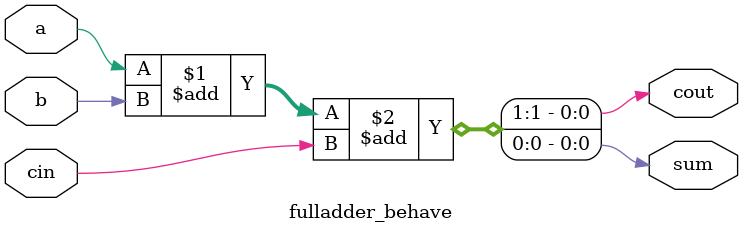
<source format=sv>
module fulladder_behave(
  input logic a, b, cin, 
  output logic sum, cout
);
  assign {cout, sum} = a + b + cin;
endmodule


</source>
